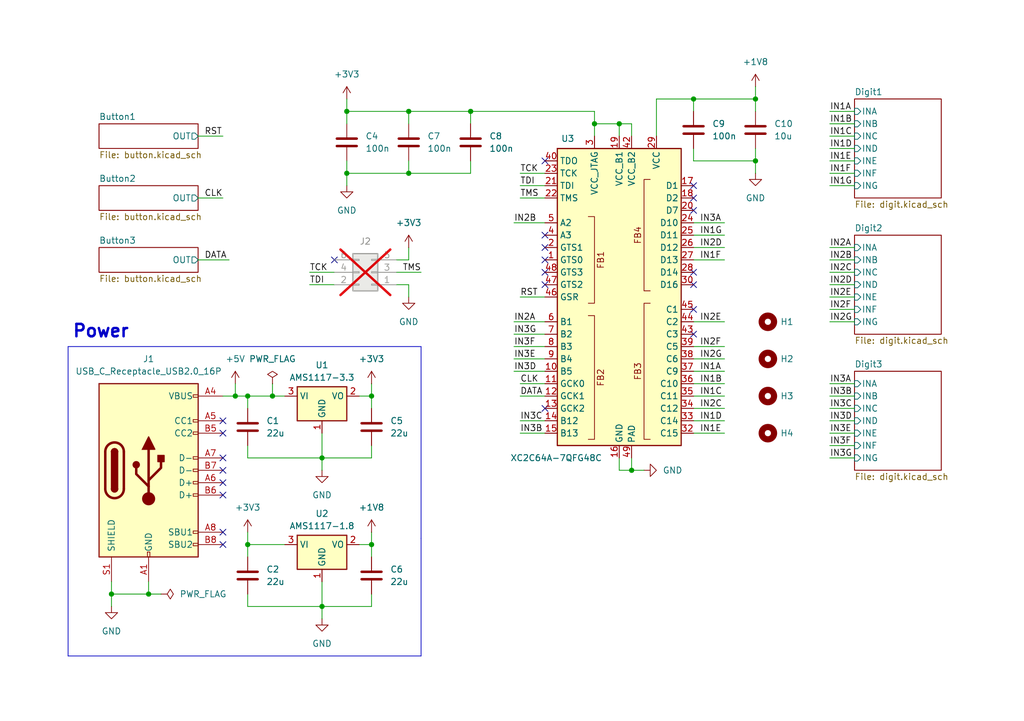
<source format=kicad_sch>
(kicad_sch (version 20231120) (generator "eeschema") (generator_version "8.0")
  (paper "A5")
  (lib_symbols
    (symbol "Connector:USB_C_Receptacle_USB2.0_16P" (pin_names (offset 1.016))
      (property "Reference" "J" (at 0 22.225 0))
      (property "Value" "USB_C_Receptacle_USB2.0_16P" (at 0 19.685 0))
      (symbol "USB_C_Receptacle_USB2.0_16P_0_0"
        (rectangle (start -0.254 -17.78) (end 0.254 -16.764))
        (rectangle (start 10.16 -14.986) (end 9.144 -15.494))
        (rectangle (start 10.16 -12.446) (end 9.144 -12.954))
        (rectangle (start 10.16 -4.826) (end 9.144 -5.334))
        (rectangle (start 10.16 -2.286) (end 9.144 -2.794))
        (rectangle (start 10.16 0.254) (end 9.144 -0.254))
        (rectangle (start 10.16 2.794) (end 9.144 2.286))
        (rectangle (start 10.16 7.874) (end 9.144 7.366))
        (rectangle (start 10.16 10.414) (end 9.144 9.906))
        (rectangle (start 10.16 15.494) (end 9.144 14.986))
      )
      (symbol "USB_C_Receptacle_USB2.0_16P_0_1"
        (rectangle (start -10.16 17.78) (end 10.16 -17.78) (stroke (width 0.254)) (fill (type background)))
        (arc (start -8.89 -3.81) (mid -6.985 -5.7067) (end -5.08 -3.81) (stroke (width 0.508)))
        (arc (start -7.62 -3.81) (mid -6.985 -4.4423) (end -6.35 -3.81) (stroke (width 0.254)))
        (arc (start -7.62 -3.81) (mid -6.985 -4.4423) (end -6.35 -3.81) (stroke (width 0.254)) (fill (type outline)))
        (rectangle (start -7.62 -3.81) (end -6.35 3.81) (stroke (width 0.254)) (fill (type outline)))
        (arc (start -6.35 3.81) (mid -6.985 4.4423) (end -7.62 3.81) (stroke (width 0.254)))
        (arc (start -6.35 3.81) (mid -6.985 4.4423) (end -7.62 3.81) (stroke (width 0.254)) (fill (type outline)))
        (arc (start -5.08 3.81) (mid -6.985 5.7067) (end -8.89 3.81) (stroke (width 0.508)))
        (circle (center -2.54 1.143) (radius 0.635) (stroke (width 0.254)) (fill (type outline)))
        (circle (center 0 -5.842) (radius 1.27) (fill (type outline)))
        (polyline (pts (xy -8.89 -3.81) (xy -8.89 3.81)) (stroke (width 0.508)))
        (polyline (pts (xy -5.08 3.81) (xy -5.08 -3.81)) (stroke (width 0.508)))
        (polyline (pts (xy 0 -5.842) (xy 0 4.318)) (stroke (width 0.508)))
        (polyline (pts (xy 0 -3.302) (xy -2.54 -0.762) (xy -2.54 0.508)) (stroke (width 0.508)))
        (polyline (pts (xy 0 -2.032) (xy 2.54 0.508) (xy 2.54 1.778)) (stroke (width 0.508)))
        (polyline (pts (xy -1.27 4.318) (xy 0 6.858) (xy 1.27 4.318) (xy -1.27 4.318)) (stroke (width 0.254)) (fill (type outline)))
        (rectangle (start 1.905 1.778) (end 3.175 3.048) (stroke (width 0.254)) (fill (type outline)))
      )
      (symbol "USB_C_Receptacle_USB2.0_16P_1_1"
        (pin passive line (at 0 -22.86 90) (length 5.08) (name "GND") (number "A1"))
        (pin passive line (at 0 -22.86 90) (length 5.08) hide (name "GND") (number "A12"))
        (pin passive line (at 15.24 15.24 180) (length 5.08) (name "VBUS") (number "A4"))
        (pin bidirectional line (at 15.24 10.16 180) (length 5.08) (name "CC1") (number "A5"))
        (pin bidirectional line (at 15.24 -2.54 180) (length 5.08) (name "D+") (number "A6"))
        (pin bidirectional line (at 15.24 2.54 180) (length 5.08) (name "D-") (number "A7"))
        (pin bidirectional line (at 15.24 -12.7 180) (length 5.08) (name "SBU1") (number "A8"))
        (pin passive line (at 15.24 15.24 180) (length 5.08) hide (name "VBUS") (number "A9"))
        (pin passive line (at 0 -22.86 90) (length 5.08) hide (name "GND") (number "B1"))
        (pin passive line (at 0 -22.86 90) (length 5.08) hide (name "GND") (number "B12"))
        (pin passive line (at 15.24 15.24 180) (length 5.08) hide (name "VBUS") (number "B4"))
        (pin bidirectional line (at 15.24 7.62 180) (length 5.08) (name "CC2") (number "B5"))
        (pin bidirectional line (at 15.24 -5.08 180) (length 5.08) (name "D+") (number "B6"))
        (pin bidirectional line (at 15.24 0 180) (length 5.08) (name "D-") (number "B7"))
        (pin bidirectional line (at 15.24 -15.24 180) (length 5.08) (name "SBU2") (number "B8"))
        (pin passive line (at 15.24 15.24 180) (length 5.08) hide (name "VBUS") (number "B9"))
        (pin passive line (at -7.62 -22.86 90) (length 5.08) (name "SHIELD") (number "S1"))
      )
    )
    (symbol "Connector_Generic:Conn_02x03_Odd_Even" (pin_names (offset 1.016) hide)
      (property "Reference" "J" (at 1.27 5.08 0))
      (property "Value" "Conn_02x03_Odd_Even" (at 1.27 -5.08 0))
      (symbol "Conn_02x03_Odd_Even_1_1"
        (rectangle (start -1.27 -2.413) (end 0 -2.667) (stroke (width 0.1524)))
        (rectangle (start -1.27 0.127) (end 0 -0.127) (stroke (width 0.1524)))
        (rectangle (start -1.27 2.667) (end 0 2.413) (stroke (width 0.1524)))
        (rectangle (start -1.27 3.81) (end 3.81 -3.81) (stroke (width 0.254)) (fill (type background)))
        (rectangle (start 3.81 -2.413) (end 2.54 -2.667) (stroke (width 0.1524)))
        (rectangle (start 3.81 0.127) (end 2.54 -0.127) (stroke (width 0.1524)))
        (rectangle (start 3.81 2.667) (end 2.54 2.413) (stroke (width 0.1524)))
        (pin passive line (at -5.08 2.54 0) (length 3.81) (name "Pin_1") (number "1"))
        (pin passive line (at 7.62 2.54 180) (length 3.81) (name "Pin_2") (number "2"))
        (pin passive line (at -5.08 0 0) (length 3.81) (name "Pin_3") (number "3"))
        (pin passive line (at 7.62 0 180) (length 3.81) (name "Pin_4") (number "4"))
        (pin passive line (at -5.08 -2.54 0) (length 3.81) (name "Pin_5") (number "5"))
        (pin passive line (at 7.62 -2.54 180) (length 3.81) (name "Pin_6") (number "6"))
      )
    )
    (symbol "Device:C" (pin_numbers hide) (pin_names (offset 0.254))
      (property "Reference" "C" (at 0.635 2.54 0))
      (property "Value" "C" (at 0.635 -2.54 0))
      (symbol "C_0_1"
        (polyline (pts (xy -2.032 -0.762) (xy 2.032 -0.762)) (stroke (width 0.508)))
        (polyline (pts (xy -2.032 0.762) (xy 2.032 0.762)) (stroke (width 0.508)))
      )
      (symbol "C_1_1"
        (pin passive line (at 0 3.81 270) (length 2.794) (name "~") (number "1"))
        (pin passive line (at 0 -3.81 90) (length 2.794) (name "~") (number "2"))
      )
    )
    (symbol "Mechanical:MountingHole" (pin_names (offset 1.016)) (exclude_from_sim yes) (in_bom no)
      (property "Reference" "H" (at 0 5.08 0))
      (property "Value" "MountingHole" (at 0 3.175 0))
      (symbol "MountingHole_0_1"
        (circle (center 0 0) (radius 1.27) (stroke (width 1.27)))
      )
    )
    (symbol "Regulator_Linear:AMS1117-3.3"
      (property "Reference" "U" (at -3.81 3.175 0))
      (property "Value" "AMS1117-3.3" (at 0 3.175 0))
      (symbol "AMS1117-3.3_0_1"
        (rectangle (start -5.08 -5.08) (end 5.08 1.905) (stroke (width 0.254)) (fill (type background)))
      )
      (symbol "AMS1117-3.3_1_1"
        (pin power_in line (at 0 -7.62 90) (length 2.54) (name "GND") (number "1"))
        (pin power_out line (at 7.62 0 180) (length 2.54) (name "VO") (number "2"))
        (pin power_in line (at -7.62 0 0) (length 2.54) (name "VI") (number "3"))
      )
    )
    (symbol "User_Symbols:XC2C64A-7QFG48C"
      (property "Reference" "U" (at 1.27 2.54 0))
      (property "Value" "XC2C64A-7QFG48C" (at 31.75 2.54 0))
      (symbol "XC2C64A-7QFG48C_0_1"
        (polyline (pts (xy 6.35 -34.29) (xy 7.62 -34.29) (xy 7.62 -59.69) (xy 6.35 -59.69) (xy 6.35 -59.69)))
        (polyline (pts (xy 19.05 -31.75) (xy 17.78 -31.75) (xy 17.78 -59.69) (xy 19.05 -59.69) (xy 19.05 -59.69)))
        (polyline (pts (xy 19.05 -29.21) (xy 17.78 -29.21) (xy 17.78 -6.35) (xy 19.05 -6.35) (xy 19.05 -6.35)))
        (polyline (pts (xy 6.35 -13.97) (xy 7.62 -13.97) (xy 7.62 -31.75) (xy 6.35 -31.75) (xy 6.35 -31.75) (xy 6.35 -31.75)))
        (rectangle (start 0 0) (end 25.4 -60.96) (stroke (width 0.254)) (fill (type background)))
      )
      (symbol "XC2C64A-7QFG48C_1_1"
        (text "FB1" (at 8.89 -22.86 900) (effects (font (size 1.27 1.27))))
        (text "FB2" (at 8.89 -46.99 900) (effects (font (size 1.27 1.27))))
        (text "FB3" (at 16.51 -45.72 900) (effects (font (size 1.27 1.27))))
        (text "FB4" (at 16.51 -17.78 900) (effects (font (size 1.27 1.27))))
        (pin bidirectional line (at -2.54 -22.86 0) (length 2.54) (name "GTS0") (number "1"))
        (pin bidirectional line (at -2.54 -45.72 0) (length 2.54) (name "B5") (number "10"))
        (pin bidirectional line (at -2.54 -48.26 0) (length 2.54) (name "GCK0") (number "11"))
        (pin bidirectional line (at -2.54 -50.8 0) (length 2.54) (name "GCK1") (number "12"))
        (pin bidirectional line (at -2.54 -53.34 0) (length 2.54) (name "GCK2") (number "13"))
        (pin bidirectional line (at -2.54 -55.88 0) (length 2.54) (name "B12") (number "14"))
        (pin bidirectional line (at -2.54 -58.42 0) (length 2.54) (name "B13") (number "15"))
        (pin power_in line (at 12.7 -63.5 90) (length 2.54) (name "GND") (number "16"))
        (pin bidirectional line (at 27.94 -7.62 180) (length 2.54) (name "D1") (number "17"))
        (pin bidirectional line (at 27.94 -10.16 180) (length 2.54) (name "D2") (number "18"))
        (pin power_in line (at 12.7 2.54 270) (length 2.54) (name "VCC_B1") (number "19"))
        (pin bidirectional line (at -2.54 -20.32 0) (length 2.54) (name "GTS1") (number "2"))
        (pin bidirectional line (at 27.94 -12.7 180) (length 2.54) (name "D7") (number "20"))
        (pin input line (at -2.54 -7.62 0) (length 2.54) (name "TDI") (number "21"))
        (pin input line (at -2.54 -10.16 0) (length 2.54) (name "TMS") (number "22"))
        (pin input line (at -2.54 -5.08 0) (length 2.54) (name "TCK") (number "23"))
        (pin bidirectional line (at 27.94 -15.24 180) (length 2.54) (name "D10") (number "24"))
        (pin bidirectional line (at 27.94 -17.78 180) (length 2.54) (name "D11") (number "25"))
        (pin bidirectional line (at 27.94 -20.32 180) (length 2.54) (name "D12") (number "26"))
        (pin bidirectional line (at 27.94 -22.86 180) (length 2.54) (name "D13") (number "27"))
        (pin bidirectional line (at 27.94 -25.4 180) (length 2.54) (name "D14") (number "28"))
        (pin power_in line (at 20.32 2.54 270) (length 2.54) (name "VCC") (number "29"))
        (pin power_in line (at 7.62 2.54 270) (length 2.54) (name "VCC_JTAG") (number "3"))
        (pin bidirectional line (at 27.94 -27.94 180) (length 2.54) (name "D16") (number "30"))
        (pin power_in line (at 12.7 -63.5 90) (length 2.54) hide (name "GND") (number "31"))
        (pin bidirectional line (at 27.94 -58.42 180) (length 2.54) (name "C15") (number "32"))
        (pin bidirectional line (at 27.94 -55.88 180) (length 2.54) (name "C14") (number "33"))
        (pin bidirectional line (at 27.94 -53.34 180) (length 2.54) (name "C12") (number "34"))
        (pin bidirectional line (at 27.94 -50.8 180) (length 2.54) (name "C11") (number "35"))
        (pin bidirectional line (at 27.94 -48.26 180) (length 2.54) (name "C10") (number "36"))
        (pin bidirectional line (at 27.94 -45.72 180) (length 2.54) (name "C9") (number "37"))
        (pin bidirectional line (at 27.94 -43.18 180) (length 2.54) (name "C6") (number "38"))
        (pin bidirectional line (at 27.94 -40.64 180) (length 2.54) (name "C5") (number "39"))
        (pin bidirectional line (at -2.54 -17.78 0) (length 2.54) (name "A3") (number "4"))
        (pin output line (at -2.54 -2.54 0) (length 2.54) (name "TDO") (number "40"))
        (pin power_in line (at 12.7 -63.5 90) (length 2.54) hide (name "GND") (number "41"))
        (pin power_in line (at 15.24 2.54 270) (length 2.54) (name "VCC_B2") (number "42"))
        (pin bidirectional line (at 27.94 -38.1 180) (length 2.54) (name "C3") (number "43"))
        (pin bidirectional line (at 27.94 -35.56 180) (length 2.54) (name "C2") (number "44"))
        (pin bidirectional line (at 27.94 -33.02 180) (length 2.54) (name "C1") (number "45"))
        (pin bidirectional line (at -2.54 -30.48 0) (length 2.54) (name "GSR") (number "46"))
        (pin bidirectional line (at -2.54 -27.94 0) (length 2.54) (name "GTS2") (number "47"))
        (pin bidirectional line (at -2.54 -25.4 0) (length 2.54) (name "GTS3") (number "48"))
        (pin passive line (at 15.24 -63.5 90) (length 2.54) (name "PAD") (number "49"))
        (pin bidirectional line (at -2.54 -15.24 0) (length 2.54) (name "A2") (number "5"))
        (pin bidirectional line (at -2.54 -35.56 0) (length 2.54) (name "B1") (number "6"))
        (pin bidirectional line (at -2.54 -38.1 0) (length 2.54) (name "B2") (number "7"))
        (pin bidirectional line (at -2.54 -40.64 0) (length 2.54) (name "B3") (number "8"))
        (pin bidirectional line (at -2.54 -43.18 0) (length 2.54) (name "B4") (number "9"))
      )
    )
    (symbol "power:+1V8" (power) (pin_numbers hide) (pin_names (offset 0) hide)
      (property "Value" "+1V8" (at 0 3.556 0))
      (symbol "+1V8_0_1"
        (polyline (pts (xy -0.762 1.27) (xy 0 2.54)))
        (polyline (pts (xy 0 0) (xy 0 2.54)))
        (polyline (pts (xy 0 2.54) (xy 0.762 1.27)))
      )
      (symbol "+1V8_1_1"
        (pin power_in line (at 0 0 90) (length 0) (name "~") (number "1"))
      )
    )
    (symbol "power:+3V3" (power) (pin_numbers hide) (pin_names (offset 0) hide)
      (property "Value" "+3V3" (at 0 3.556 0))
      (symbol "+3V3_0_1"
        (polyline (pts (xy -0.762 1.27) (xy 0 2.54)))
        (polyline (pts (xy 0 0) (xy 0 2.54)))
        (polyline (pts (xy 0 2.54) (xy 0.762 1.27)))
      )
      (symbol "+3V3_1_1"
        (pin power_in line (at 0 0 90) (length 0) (name "~") (number "1"))
      )
    )
    (symbol "power:+5V" (power) (pin_numbers hide) (pin_names (offset 0) hide)
      (property "Value" "+5V" (at 0 3.556 0))
      (symbol "+5V_0_1"
        (polyline (pts (xy -0.762 1.27) (xy 0 2.54)))
        (polyline (pts (xy 0 0) (xy 0 2.54)))
        (polyline (pts (xy 0 2.54) (xy 0.762 1.27)))
      )
      (symbol "+5V_1_1"
        (pin power_in line (at 0 0 90) (length 0) (name "~") (number "1"))
      )
    )
    (symbol "power:GND" (power) (pin_numbers hide) (pin_names (offset 0) hide)
      (property "Value" "GND" (at 0 -3.81 0))
      (symbol "GND_0_1"
        (polyline (pts (xy 0 0) (xy 0 -1.27) (xy 1.27 -1.27) (xy 0 -2.54) (xy -1.27 -1.27) (xy 0 -1.27)))
      )
      (symbol "GND_1_1"
        (pin power_in line (at 0 0 270) (length 0) (name "~") (number "1"))
      )
    )
    (symbol "power:PWR_FLAG" (power) (pin_numbers hide) (pin_names (offset 0) hide)
      (property "Value" "PWR_FLAG" (at 0 3.81 0))
      (symbol "PWR_FLAG_0_0"
        (pin power_out line (at 0 0 90) (length 0) (name "~") (number "1"))
      )
      (symbol "PWR_FLAG_0_1"
        (polyline (pts (xy 0 0) (xy 0 1.27) (xy -1.016 1.905) (xy 0 2.54) (xy 1.016 1.905) (xy 0 1.27)))
      )
    )
  )
  (junction (at 55.88 81.28))
  (junction (at 50.8 111.76))
  (junction (at 121.92 25.4))
  (junction (at 154.94 33.02))
  (junction (at 66.04 124.46))
  (junction (at 83.82 22.86))
  (junction (at 129.54 96.52))
  (junction (at 127 25.4))
  (junction (at 30.48 121.92))
  (junction (at 71.12 35.56))
  (junction (at 154.94 20.32))
  (junction (at 71.12 22.86))
  (junction (at 76.2 81.28))
  (junction (at 66.04 93.98))
  (junction (at 48.26 81.28))
  (junction (at 83.82 35.56))
  (junction (at 96.52 22.86))
  (junction (at 76.2 111.76))
  (junction (at 22.86 121.92))
  (junction (at 142.24 20.32))
  (junction (at 50.8 81.28))
  (no_connect (at 142.24 43.18))
  (no_connect (at 45.72 88.9))
  (no_connect (at 111.76 83.82))
  (no_connect (at 111.76 53.34))
  (no_connect (at 142.24 38.1))
  (no_connect (at 111.76 33.02))
  (no_connect (at 45.72 109.22))
  (no_connect (at 142.24 63.5))
  (no_connect (at 111.76 48.26))
  (no_connect (at 68.58 53.34))
  (no_connect (at 111.76 55.88))
  (no_connect (at 45.72 111.76))
  (no_connect (at 45.72 93.98))
  (no_connect (at 45.72 86.36))
  (no_connect (at 111.76 50.8))
  (no_connect (at 142.24 68.58))
  (no_connect (at 142.24 55.88))
  (no_connect (at 45.72 101.6))
  (no_connect (at 142.24 58.42))
  (no_connect (at 142.24 40.64))
  (no_connect (at 45.72 96.52))
  (no_connect (at 45.72 99.06))
  (no_connect (at 111.76 58.42))
  (wire (pts (xy 76.2 81.28) (xy 73.66 81.28)))
  (wire (pts (xy 170.18 22.86) (xy 175.26 22.86)))
  (wire (pts (xy 76.2 114.3) (xy 76.2 111.76)))
  (wire (pts (xy 83.82 50.8) (xy 83.82 53.34)))
  (wire (pts (xy 142.24 83.82) (xy 148.59 83.82)))
  (wire (pts (xy 170.18 81.28) (xy 175.26 81.28)))
  (wire (pts (xy 55.88 78.74) (xy 55.88 81.28)))
  (wire (pts (xy 83.82 53.34) (xy 81.28 53.34)))
  (wire (pts (xy 106.68 88.9) (xy 111.76 88.9)))
  (wire (pts (xy 154.94 33.02) (xy 142.24 33.02)))
  (wire (pts (xy 50.8 83.82) (xy 50.8 81.28)))
  (wire (pts (xy 76.2 78.74) (xy 76.2 81.28)))
  (wire (pts (xy 83.82 35.56) (xy 96.52 35.56)))
  (wire (pts (xy 81.28 55.88) (xy 86.36 55.88)))
  (wire (pts (xy 76.2 81.28) (xy 76.2 83.82)))
  (wire (pts (xy 142.24 33.02) (xy 142.24 30.48)))
  (wire (pts (xy 154.94 33.02) (xy 154.94 35.56)))
  (wire (pts (xy 142.24 48.26) (xy 148.59 48.26)))
  (wire (pts (xy 66.04 93.98) (xy 76.2 93.98)))
  (wire (pts (xy 66.04 93.98) (xy 66.04 96.52)))
  (wire (pts (xy 83.82 60.96) (xy 83.82 58.42)))
  (wire (pts (xy 40.64 40.64) (xy 45.72 40.64)))
  (wire (pts (xy 121.92 25.4) (xy 127 25.4)))
  (wire (pts (xy 170.18 38.1) (xy 175.26 38.1)))
  (wire (pts (xy 170.18 25.4) (xy 175.26 25.4)))
  (wire (pts (xy 22.86 119.38) (xy 22.86 121.92)))
  (wire (pts (xy 105.41 66.04) (xy 111.76 66.04)))
  (wire (pts (xy 106.68 60.96) (xy 111.76 60.96)))
  (wire (pts (xy 71.12 22.86) (xy 71.12 25.4)))
  (wire (pts (xy 71.12 35.56) (xy 71.12 33.02)))
  (wire (pts (xy 106.68 35.56) (xy 111.76 35.56)))
  (wire (pts (xy 58.42 111.76) (xy 50.8 111.76)))
  (wire (pts (xy 154.94 20.32) (xy 142.24 20.32)))
  (wire (pts (xy 63.5 58.42) (xy 68.58 58.42)))
  (wire (pts (xy 170.18 27.94) (xy 175.26 27.94)))
  (wire (pts (xy 142.24 20.32) (xy 134.62 20.32)))
  (wire (pts (xy 106.68 86.36) (xy 111.76 86.36)))
  (wire (pts (xy 40.64 53.34) (xy 46.99 53.34)))
  (wire (pts (xy 30.48 121.92) (xy 33.02 121.92)))
  (wire (pts (xy 170.18 63.5) (xy 175.26 63.5)))
  (wire (pts (xy 76.2 111.76) (xy 73.66 111.76)))
  (wire (pts (xy 45.72 81.28) (xy 48.26 81.28)))
  (wire (pts (xy 83.82 22.86) (xy 71.12 22.86)))
  (wire (pts (xy 105.41 71.12) (xy 111.76 71.12)))
  (wire (pts (xy 134.62 20.32) (xy 134.62 27.94)))
  (wire (pts (xy 30.48 121.92) (xy 30.48 119.38)))
  (wire (pts (xy 142.24 45.72) (xy 148.59 45.72)))
  (wire (pts (xy 71.12 35.56) (xy 83.82 35.56)))
  (wire (pts (xy 121.92 25.4) (xy 121.92 27.94)))
  (wire (pts (xy 127 25.4) (xy 129.54 25.4)))
  (wire (pts (xy 154.94 22.86) (xy 154.94 20.32)))
  (wire (pts (xy 66.04 127) (xy 66.04 124.46)))
  (wire (pts (xy 142.24 20.32) (xy 142.24 22.86)))
  (wire (pts (xy 76.2 124.46) (xy 66.04 124.46)))
  (wire (pts (xy 105.41 68.58) (xy 111.76 68.58)))
  (wire (pts (xy 170.18 88.9) (xy 175.26 88.9)))
  (wire (pts (xy 106.68 38.1) (xy 111.76 38.1)))
  (wire (pts (xy 96.52 25.4) (xy 96.52 22.86)))
  (wire (pts (xy 121.92 22.86) (xy 121.92 25.4)))
  (wire (pts (xy 50.8 81.28) (xy 55.88 81.28)))
  (wire (pts (xy 142.24 50.8) (xy 148.59 50.8)))
  (wire (pts (xy 142.24 66.04) (xy 148.59 66.04)))
  (wire (pts (xy 170.18 93.98) (xy 175.26 93.98)))
  (wire (pts (xy 76.2 121.92) (xy 76.2 124.46)))
  (wire (pts (xy 132.08 96.52) (xy 129.54 96.52)))
  (wire (pts (xy 129.54 96.52) (xy 127 96.52)))
  (wire (pts (xy 170.18 53.34) (xy 175.26 53.34)))
  (wire (pts (xy 22.86 121.92) (xy 22.86 124.46)))
  (wire (pts (xy 83.82 35.56) (xy 83.82 33.02)))
  (wire (pts (xy 106.68 40.64) (xy 111.76 40.64)))
  (wire (pts (xy 142.24 71.12) (xy 148.59 71.12)))
  (wire (pts (xy 66.04 124.46) (xy 50.8 124.46)))
  (wire (pts (xy 170.18 60.96) (xy 175.26 60.96)))
  (wire (pts (xy 50.8 111.76) (xy 50.8 114.3)))
  (wire (pts (xy 63.5 55.88) (xy 68.58 55.88)))
  (wire (pts (xy 50.8 93.98) (xy 66.04 93.98)))
  (wire (pts (xy 170.18 50.8) (xy 175.26 50.8)))
  (polyline (pts (xy 86.36 134.62) (xy 13.97 134.62)))
  (wire (pts (xy 127 96.52) (xy 127 93.98)))
  (wire (pts (xy 71.12 35.56) (xy 71.12 38.1)))
  (wire (pts (xy 48.26 78.74) (xy 48.26 81.28)))
  (wire (pts (xy 142.24 53.34) (xy 148.59 53.34)))
  (wire (pts (xy 142.24 81.28) (xy 148.59 81.28)))
  (wire (pts (xy 96.52 22.86) (xy 83.82 22.86)))
  (wire (pts (xy 105.41 73.66) (xy 111.76 73.66)))
  (wire (pts (xy 48.26 81.28) (xy 50.8 81.28)))
  (wire (pts (xy 105.41 45.72) (xy 111.76 45.72)))
  (wire (pts (xy 81.28 58.42) (xy 83.82 58.42)))
  (wire (pts (xy 170.18 78.74) (xy 175.26 78.74)))
  (wire (pts (xy 170.18 83.82) (xy 175.26 83.82)))
  (wire (pts (xy 142.24 88.9) (xy 148.59 88.9)))
  (polyline (pts (xy 86.36 71.12) (xy 86.36 110.49)))
  (wire (pts (xy 154.94 30.48) (xy 154.94 33.02)))
  (wire (pts (xy 96.52 35.56) (xy 96.52 33.02)))
  (wire (pts (xy 129.54 93.98) (xy 129.54 96.52)))
  (wire (pts (xy 142.24 78.74) (xy 148.59 78.74)))
  (wire (pts (xy 127 25.4) (xy 127 27.94)))
  (wire (pts (xy 170.18 55.88) (xy 175.26 55.88)))
  (wire (pts (xy 170.18 91.44) (xy 175.26 91.44)))
  (wire (pts (xy 170.18 86.36) (xy 175.26 86.36)))
  (wire (pts (xy 170.18 58.42) (xy 175.26 58.42)))
  (wire (pts (xy 154.94 17.78) (xy 154.94 20.32)))
  (wire (pts (xy 129.54 25.4) (xy 129.54 27.94)))
  (wire (pts (xy 40.64 27.94) (xy 45.72 27.94)))
  (wire (pts (xy 170.18 33.02) (xy 175.26 33.02)))
  (wire (pts (xy 170.18 35.56) (xy 175.26 35.56)))
  (wire (pts (xy 170.18 30.48) (xy 175.26 30.48)))
  (wire (pts (xy 142.24 86.36) (xy 148.59 86.36)))
  (wire (pts (xy 83.82 22.86) (xy 83.82 25.4)))
  (wire (pts (xy 50.8 124.46) (xy 50.8 121.92)))
  (wire (pts (xy 170.18 66.04) (xy 175.26 66.04)))
  (wire (pts (xy 50.8 109.22) (xy 50.8 111.76)))
  (wire (pts (xy 55.88 81.28) (xy 58.42 81.28)))
  (wire (pts (xy 50.8 91.44) (xy 50.8 93.98)))
  (wire (pts (xy 66.04 88.9) (xy 66.04 93.98)))
  (polyline (pts (xy 86.36 110.49) (xy 86.36 134.62)))
  (wire (pts (xy 106.68 78.74) (xy 111.76 78.74)))
  (polyline (pts (xy 13.97 71.12) (xy 86.36 71.12)))
  (wire (pts (xy 96.52 22.86) (xy 121.92 22.86)))
  (wire (pts (xy 66.04 119.38) (xy 66.04 124.46)))
  (wire (pts (xy 71.12 20.32) (xy 71.12 22.86)))
  (wire (pts (xy 22.86 121.92) (xy 30.48 121.92)))
  (wire (pts (xy 76.2 109.22) (xy 76.2 111.76)))
  (wire (pts (xy 142.24 73.66) (xy 148.59 73.66)))
  (wire (pts (xy 105.41 76.2) (xy 111.76 76.2)))
  (wire (pts (xy 106.68 81.28) (xy 111.76 81.28)))
  (wire (pts (xy 142.24 76.2) (xy 148.59 76.2)))
  (wire (pts (xy 76.2 93.98) (xy 76.2 91.44)))
  (polyline (pts (xy 13.97 134.62) (xy 13.97 71.12)))
  (text "Power" (at 14.732 69.596 0) (effects (font (size 2.54 2.54) (thickness 0.508) (bold yes)) (justify left bottom)))
  (label "IN3C" (at 106.68 86.36 0))
  (label "IN2A" (at 170.18 50.8 0))
  (label "IN1B" (at 170.18 25.4 0))
  (label "IN3E" (at 105.41 73.66 0))
  (label "IN2E" (at 143.51 66.04 0))
  (label "IN2E" (at 170.18 60.96 0))
  (label "TCK" (at 63.5 55.88 0))
  (label "IN1G" (at 170.18 38.1 0))
  (label "IN3D" (at 105.41 76.2 0))
  (label "TDI" (at 63.5 58.42 0))
  (label "IN3G" (at 170.18 93.98 0))
  (label "TCK" (at 106.68 35.56 0))
  (label "IN2G" (at 143.51 73.66 0))
  (label "CLK" (at 41.91 40.64 0))
  (label "IN2B" (at 105.41 45.72 0))
  (label "IN2F" (at 143.51 71.12 0))
  (label "IN3F" (at 105.41 71.12 0))
  (label "IN1A" (at 170.18 22.86 0))
  (label "IN3C" (at 170.18 83.82 0))
  (label "IN2C" (at 170.18 55.88 0))
  (label "IN2C" (at 143.51 83.82 0))
  (label "IN1G" (at 143.51 48.26 0))
  (label "IN1F" (at 143.51 53.34 0))
  (label "IN2D" (at 143.51 50.8 0))
  (label "TMS" (at 82.55 55.88 0))
  (label "IN3B" (at 106.68 88.9 0))
  (label "IN1A" (at 143.51 76.2 0))
  (label "IN3G" (at 105.41 68.58 0))
  (label "DATA" (at 106.68 81.28 0))
  (label "IN1B" (at 143.51 78.74 0))
  (label "TMS" (at 106.68 40.64 0))
  (label "IN1D" (at 170.18 30.48 0))
  (label "IN2B" (at 170.18 53.34 0))
  (label "IN1D" (at 143.51 86.36 0))
  (label "IN3E" (at 170.18 88.9 0))
  (label "DATA" (at 41.91 53.34 0))
  (label "IN2F" (at 170.18 63.5 0))
  (label "IN3A" (at 143.51 45.72 0))
  (label "IN1F" (at 170.18 35.56 0))
  (label "IN1E" (at 170.18 33.02 0))
  (label "IN3D" (at 170.18 86.36 0))
  (label "CLK" (at 106.68 78.74 0))
  (label "IN3B" (at 170.18 81.28 0))
  (label "IN3A" (at 170.18 78.74 0))
  (label "RST" (at 106.68 60.96 0))
  (label "IN2D" (at 170.18 58.42 0))
  (label "IN1C" (at 143.51 81.28 0))
  (label "IN2G" (at 170.18 66.04 0))
  (label "TDI" (at 106.68 38.1 0))
  (label "IN2A" (at 105.41 66.04 0))
  (label "IN3F" (at 170.18 91.44 0))
  (label "IN1C" (at 170.18 27.94 0))
  (label "RST" (at 41.91 27.94 0))
  (label "IN1E" (at 143.51 88.9 0))
  (symbol (lib_id "Regulator_Linear:AMS1117-3.3") (at 66.04 81.28 0) (unit 1)
    (property "Reference" "U1" (at 66.04 74.93 0))
    (property "Value" "AMS1117-3.3" (at 66.04 77.47 0))
    (property "Footprint" "Package_TO_SOT_SMD:SOT-223-3_TabPin2" (effects (hide yes)))
    (property "Datasheet" "http://www.advanced-monolithic.com/pdf/ds1117.pdf" (effects (hide yes)))
    (property "Description" "1A Low Dropout regulator, positive, 3.3V fixed output, SOT-223" (effects (hide yes)))
    (property "LCSC" "C6186" (effects (hide yes)))
  )
  (symbol (lib_id "power:GND") (at 132.08 96.52 90) (unit 1)
    (property "Reference" "#PWR012" (effects (hide yes)))
    (property "Value" "GND" (at 135.89 96.5199 90) (effects (justify right)))
    (property "Description" "Power symbol creates a global label with name \"GND\" , ground" (effects (hide yes)))
  )
  (symbol (lib_id "power:+5V") (at 48.26 78.74 0) (unit 1)
    (property "Reference" "#PWR02" (effects (hide yes)))
    (property "Value" "+5V" (at 48.26 73.66 0))
    (property "Description" "Power symbol creates a global label with name \"+5V\"" (effects (hide yes)))
  )
  (symbol (lib_id "Device:C") (at 76.2 87.63 0) (unit 1)
    (property "Reference" "C5" (at 80.01 86.3599 0) (effects (justify left)))
    (property "Value" "22u" (at 80.01 88.8999 0) (effects (justify left)))
    (property "Footprint" "Capacitor_SMD:C_0603_1608Metric" (effects (hide yes)))
    (property "Description" "Unpolarized capacitor" (effects (hide yes)))
    (property "LCSC" "C59461" (effects (hide yes)))
  )
  (symbol (lib_id "power:+1V8") (at 76.2 109.22 0) (unit 1)
    (property "Reference" "#PWR011" (effects (hide yes)))
    (property "Value" "+1V8" (at 76.2 104.14 0))
    (property "Description" "Power symbol creates a global label with name \"+1V8\"" (effects (hide yes)))
  )
  (symbol (lib_id "Regulator_Linear:AMS1117-3.3") (at 66.04 111.76 0) (unit 1)
    (property "Reference" "U2" (at 66.04 105.41 0))
    (property "Value" "AMS1117-1.8" (at 66.04 107.95 0))
    (property "Footprint" "Package_TO_SOT_SMD:SOT-223-3_TabPin2" (effects (hide yes)))
    (property "Datasheet" "http://www.advanced-monolithic.com/pdf/ds1117.pdf" (effects (hide yes)))
    (property "Description" "1A Low Dropout regulator, positive, 3.3V fixed output, SOT-223" (effects (hide yes)))
    (property "LCSC" "C347220" (effects (hide yes)))
  )
  (symbol (lib_id "Device:C") (at 71.12 29.21 0) (unit 1)
    (property "Reference" "C4" (at 74.93 27.9399 0) (effects (justify left)))
    (property "Value" "100n" (at 74.93 30.4799 0) (effects (justify left)))
    (property "Footprint" "Capacitor_SMD:C_0402_1005Metric" (effects (hide yes)))
    (property "Description" "Unpolarized capacitor" (effects (hide yes)))
    (property "LCSC" "C1525" (effects (hide yes)))
  )
  (symbol (lib_id "Device:C") (at 154.94 26.67 0) (unit 1)
    (property "Reference" "C10" (at 158.75 25.3999 0) (effects (justify left)))
    (property "Value" "10u" (at 158.75 27.9399 0) (effects (justify left)))
    (property "Footprint" "Capacitor_SMD:C_0402_1005Metric" (effects (hide yes)))
    (property "Description" "Unpolarized capacitor" (effects (hide yes)))
    (property "LCSC" "C15525" (effects (hide yes)))
  )
  (symbol (lib_id "power:+3V3") (at 50.8 109.22 0) (unit 1)
    (property "Reference" "#PWR03" (effects (hide yes)))
    (property "Value" "+3V3" (at 50.8 104.14 0))
    (property "Description" "Power symbol creates a global label with name \"+3V3\"" (effects (hide yes)))
  )
  (symbol (lib_id "power:PWR_FLAG") (at 55.88 78.74 0) (unit 1)
    (property "Reference" "#FLG02" (effects (hide yes)))
    (property "Value" "PWR_FLAG" (at 55.88 73.66 0))
    (property "Description" "Special symbol for telling ERC where power comes from" (effects (hide yes)))
  )
  (symbol (lib_id "Device:C") (at 76.2 118.11 0) (unit 1)
    (property "Reference" "C6" (at 80.01 116.8399 0) (effects (justify left)))
    (property "Value" "22u" (at 80.01 119.3799 0) (effects (justify left)))
    (property "Footprint" "Capacitor_SMD:C_0603_1608Metric" (effects (hide yes)))
    (property "Description" "Unpolarized capacitor" (effects (hide yes)))
    (property "LCSC" "C59461" (effects (hide yes)))
  )
  (symbol (lib_id "Mechanical:MountingHole") (at 157.48 73.66 0) (unit 1) (exclude_from_sim yes) (in_bom no)
    (property "Reference" "H2" (at 160.02 73.6599 0) (effects (justify left)))
    (property "Value" "MountingHole" (effects (hide yes)))
    (property "Footprint" "MountingHole:MountingHole_3.2mm_M3" (effects (hide yes)))
    (property "Description" "Mounting Hole without connection" (effects (hide yes)))
  )
  (symbol (lib_id "power:GND") (at 154.94 35.56 0) (unit 1)
    (property "Reference" "#PWR014" (effects (hide yes)))
    (property "Value" "GND" (at 154.94 40.64 0))
    (property "Description" "Power symbol creates a global label with name \"GND\" , ground" (effects (hide yes)))
  )
  (symbol (lib_id "Mechanical:MountingHole") (at 157.48 88.9 0) (unit 1) (exclude_from_sim yes) (in_bom no)
    (property "Reference" "H4" (at 160.02 88.8999 0) (effects (justify left)))
    (property "Value" "MountingHole" (effects (hide yes)))
    (property "Footprint" "MountingHole:MountingHole_3.2mm_M3" (effects (hide yes)))
    (property "Description" "Mounting Hole without connection" (effects (hide yes)))
  )
  (symbol (lib_id "Device:C") (at 50.8 118.11 0) (unit 1)
    (property "Reference" "C2" (at 54.61 116.8399 0) (effects (justify left)))
    (property "Value" "22u" (at 54.61 119.3799 0) (effects (justify left)))
    (property "Footprint" "Capacitor_SMD:C_0603_1608Metric" (effects (hide yes)))
    (property "Description" "Unpolarized capacitor" (effects (hide yes)))
    (property "LCSC" "C59461" (effects (hide yes)))
  )
  (symbol (lib_id "Mechanical:MountingHole") (at 157.48 81.28 0) (unit 1) (exclude_from_sim yes) (in_bom no)
    (property "Reference" "H3" (at 160.02 81.2799 0) (effects (justify left)))
    (property "Value" "MountingHole" (effects (hide yes)))
    (property "Footprint" "MountingHole:MountingHole_3.2mm_M3" (effects (hide yes)))
    (property "Description" "Mounting Hole without connection" (effects (hide yes)))
  )
  (symbol (lib_id "User_Symbols:XC2C64A-7QFG48C") (at 114.3 30.48 0) (unit 1)
    (property "Reference" "U3" (at 115.062 28.448 0) (effects (justify left)))
    (property "Value" "XC2C64A-7QFG48C" (at 104.648 93.98 0) (effects (justify left)))
    (property "Footprint" "Package_DFN_QFN:QFN-48-1EP_7x7mm_P0.5mm_EP5.15x5.15mm" (effects (hide yes)))
    (property "Datasheet" "https://wmsc.lcsc.com/wmsc/upload/file/pdf/v2/lcsc/2304140030_AMD-XILINX-XC2C64A-7QFG48C_C1519023.pdf" (effects (hide yes)))
    (property "Description" "Cool Runner II CPLD" (effects (hide yes)))
    (property "LCSC" "C1519023" (effects (hide yes)))
  )
  (symbol (lib_id "power:GND") (at 83.82 60.96 0) (unit 1)
    (property "Reference" "#PWR051" (effects (hide yes)))
    (property "Value" "GND" (at 83.82 66.04 0))
    (property "Description" "Power symbol creates a global label with name \"GND\" , ground" (effects (hide yes)))
  )
  (symbol (lib_id "power:PWR_FLAG") (at 33.02 121.92 270) (unit 1)
    (property "Reference" "#FLG01" (effects (hide yes)))
    (property "Value" "PWR_FLAG" (at 36.83 121.9199 90) (effects (justify left)))
    (property "Description" "Special symbol for telling ERC where power comes from" (effects (hide yes)))
  )
  (symbol (lib_id "power:+3V3") (at 71.12 20.32 0) (unit 1)
    (property "Reference" "#PWR04" (effects (hide yes)))
    (property "Value" "+3V3" (at 71.12 15.24 0))
    (property "Description" "Power symbol creates a global label with name \"+3V3\"" (effects (hide yes)))
  )
  (symbol (lib_id "Connector:USB_C_Receptacle_USB2.0_16P") (at 30.48 96.52 0) (unit 1)
    (property "Reference" "J1" (at 30.48 73.66 0))
    (property "Value" "USB_C_Receptacle_USB2.0_16P" (at 30.48 76.2 0))
    (property "Footprint" "Connector_USB:USB_C_Receptacle_GCT_USB4105-xx-A_16P_TopMnt_Horizontal" (effects (hide yes)))
    (property "Datasheet" "https://www.usb.org/sites/default/files/documents/usb_type-c.zip" (effects (hide yes)))
    (property "Description" "USB 2.0-only 16P Type-C Receptacle connector" (effects (hide yes)))
    (property "LCSC" "C165948" (effects (hide yes)))
  )
  (symbol (lib_id "Mechanical:MountingHole") (at 157.48 66.04 0) (unit 1) (exclude_from_sim yes) (in_bom no)
    (property "Reference" "H1" (at 160.02 66.0399 0) (effects (justify left)))
    (property "Value" "MountingHole" (effects (hide yes)))
    (property "Footprint" "MountingHole:MountingHole_3.2mm_M3" (effects (hide yes)))
    (property "Description" "Mounting Hole without connection" (effects (hide yes)))
  )
  (symbol (lib_id "power:+3V3") (at 76.2 78.74 0) (unit 1)
    (property "Reference" "#PWR010" (effects (hide yes)))
    (property "Value" "+3V3" (at 76.2 73.66 0))
    (property "Description" "Power symbol creates a global label with name \"+3V3\"" (effects (hide yes)))
  )
  (symbol (lib_id "Device:C") (at 83.82 29.21 0) (unit 1)
    (property "Reference" "C7" (at 87.63 27.9399 0) (effects (justify left)))
    (property "Value" "100n" (at 87.63 30.4799 0) (effects (justify left)))
    (property "Footprint" "Capacitor_SMD:C_0402_1005Metric" (effects (hide yes)))
    (property "Description" "Unpolarized capacitor" (effects (hide yes)))
    (property "LCSC" "C1525" (effects (hide yes)))
  )
  (symbol (lib_id "power:+1V8") (at 154.94 17.78 0) (unit 1)
    (property "Reference" "#PWR013" (effects (hide yes)))
    (property "Value" "+1V8" (at 154.94 12.7 0))
    (property "Description" "Power symbol creates a global label with name \"+1V8\"" (effects (hide yes)))
  )
  (symbol (lib_id "power:+3V3") (at 83.82 50.8 0) (unit 1)
    (property "Reference" "#PWR08" (effects (hide yes)))
    (property "Value" "+3V3" (at 83.82 45.72 0))
    (property "Description" "Power symbol creates a global label with name \"+3V3\"" (effects (hide yes)))
  )
  (symbol (lib_id "power:GND") (at 71.12 38.1 0) (unit 1)
    (property "Reference" "#PWR05" (effects (hide yes)))
    (property "Value" "GND" (at 71.12 43.18 0))
    (property "Description" "Power symbol creates a global label with name \"GND\" , ground" (effects (hide yes)))
  )
  (symbol (lib_id "Device:C") (at 96.52 29.21 0) (unit 1)
    (property "Reference" "C8" (at 100.33 27.9399 0) (effects (justify left)))
    (property "Value" "100n" (at 100.33 30.4799 0) (effects (justify left)))
    (property "Footprint" "Capacitor_SMD:C_0402_1005Metric" (effects (hide yes)))
    (property "Description" "Unpolarized capacitor" (effects (hide yes)))
    (property "LCSC" "C1525" (effects (hide yes)))
  )
  (symbol (lib_id "power:GND") (at 66.04 127 0) (unit 1)
    (property "Reference" "#PWR07" (effects (hide yes)))
    (property "Value" "GND" (at 66.04 132.08 0))
    (property "Description" "Power symbol creates a global label with name \"GND\" , ground" (effects (hide yes)))
  )
  (symbol (lib_id "power:GND") (at 66.04 96.52 0) (unit 1)
    (property "Reference" "#PWR06" (effects (hide yes)))
    (property "Value" "GND" (at 66.04 101.6 0))
    (property "Description" "Power symbol creates a global label with name \"GND\" , ground" (effects (hide yes)))
  )
  (symbol (lib_id "Device:C") (at 142.24 26.67 0) (unit 1)
    (property "Reference" "C9" (at 146.05 25.3999 0) (effects (justify left)))
    (property "Value" "100n" (at 146.05 27.9399 0) (effects (justify left)))
    (property "Footprint" "Capacitor_SMD:C_0402_1005Metric" (effects (hide yes)))
    (property "Description" "Unpolarized capacitor" (effects (hide yes)))
    (property "LCSC" "C1525" (effects (hide yes)))
  )
  (symbol (lib_id "Connector_Generic:Conn_02x03_Odd_Even") (at 76.2 55.88 180) (unit 1) (dnp yes)
    (property "Reference" "J2" (at 74.93 49.53 0))
    (property "Value" "Conn_02x03_Odd_Even" (effects (hide yes)))
    (property "Footprint" "Connector_PinHeader_2.54mm:PinHeader_2x03_P2.54mm_Vertical" (effects (hide yes)))
    (property "Description" "Generic connector, double row, 02x03, odd/even pin numbering scheme (row 1 odd numbers, row 2 even numbers), script generated (kicad-library-utils/schlib/autogen/connector/)" (effects (hide yes)))
  )
  (symbol (lib_id "power:GND") (at 22.86 124.46 0) (unit 1)
    (property "Reference" "#PWR01" (effects (hide yes)))
    (property "Value" "GND" (at 22.86 129.54 0))
    (property "Description" "Power symbol creates a global label with name \"GND\" , ground" (effects (hide yes)))
  )
  (symbol (lib_id "Device:C") (at 50.8 87.63 0) (unit 1)
    (property "Reference" "C1" (at 54.61 86.3599 0) (effects (justify left)))
    (property "Value" "22u" (at 54.61 88.8999 0) (effects (justify left)))
    (property "Footprint" "Capacitor_SMD:C_0805_2012Metric" (effects (hide yes)))
    (property "Description" "Unpolarized capacitor" (effects (hide yes)))
    (property "LCSC" "C45783" (effects (hide yes)))
  )
  (sheet (at 175.26 48.26) (size 17.78 20.32) (stroke (width 0.1524))
    (property "Sheetname" "Digit2" (at 175.26 47.5484 0) (effects (justify left bottom)))
    (property "Sheetfile" "digit.kicad_sch" (at 175.26 69.1646 0) (effects (justify left top)))
    (pin "INB" input (at 175.26 53.34 180))
    (pin "INA" input (at 175.26 50.8 180))
    (pin "INC" input (at 175.26 55.88 180))
    (pin "INE" input (at 175.26 60.96 180))
    (pin "IND" input (at 175.26 58.42 180))
    (pin "INF" input (at 175.26 63.5 180))
    (pin "ING" input (at 175.26 66.04 180))
  )
  (sheet (at 20.32 25.4) (size 20.32 5.08) (stroke (width 0.1524))
    (property "Sheetname" "Button1" (at 20.32 24.6884 0) (effects (justify left bottom)))
    (property "Sheetfile" "button.kicad_sch" (at 20.32 31.0646 0) (effects (justify left top)))
    (pin "OUT" output (at 40.64 27.94 0))
  )
  (sheet (at 20.32 38.1) (size 20.32 5.08) (stroke (width 0.1524))
    (property "Sheetname" "Button2" (at 20.32 37.3884 0) (effects (justify left bottom)))
    (property "Sheetfile" "button.kicad_sch" (at 20.32 43.7646 0) (effects (justify left top)))
    (pin "OUT" output (at 40.64 40.64 0))
  )
  (sheet (at 20.32 50.8) (size 20.32 5.08) (stroke (width 0.1524))
    (property "Sheetname" "Button3" (at 20.32 50.0884 0) (effects (justify left bottom)))
    (property "Sheetfile" "button.kicad_sch" (at 20.32 56.4646 0) (effects (justify left top)))
    (pin "OUT" output (at 40.64 53.34 0))
  )
  (sheet (at 175.26 76.2) (size 17.78 20.32) (stroke (width 0.1524))
    (property "Sheetname" "Digit3" (at 175.26 75.4884 0) (effects (justify left bottom)))
    (property "Sheetfile" "digit.kicad_sch" (at 175.26 97.1046 0) (effects (justify left top)))
    (pin "INB" input (at 175.26 81.28 180))
    (pin "INA" input (at 175.26 78.74 180))
    (pin "INC" input (at 175.26 83.82 180))
    (pin "INE" input (at 175.26 88.9 180))
    (pin "IND" input (at 175.26 86.36 180))
    (pin "INF" input (at 175.26 91.44 180))
    (pin "ING" input (at 175.26 93.98 180))
  )
  (sheet (at 175.26 20.32) (size 17.78 20.32) (stroke (width 0.1524))
    (property "Sheetname" "Digit1" (at 175.26 19.6084 0) (effects (justify left bottom)))
    (property "Sheetfile" "digit.kicad_sch" (at 175.26 41.2246 0) (effects (justify left top)))
    (pin "INB" input (at 175.26 25.4 180))
    (pin "INA" input (at 175.26 22.86 180))
    (pin "INC" input (at 175.26 27.94 180))
    (pin "INE" input (at 175.26 33.02 180))
    (pin "IND" input (at 175.26 30.48 180))
    (pin "INF" input (at 175.26 35.56 180))
    (pin "ING" input (at 175.26 38.1 180))
  )
)
</source>
